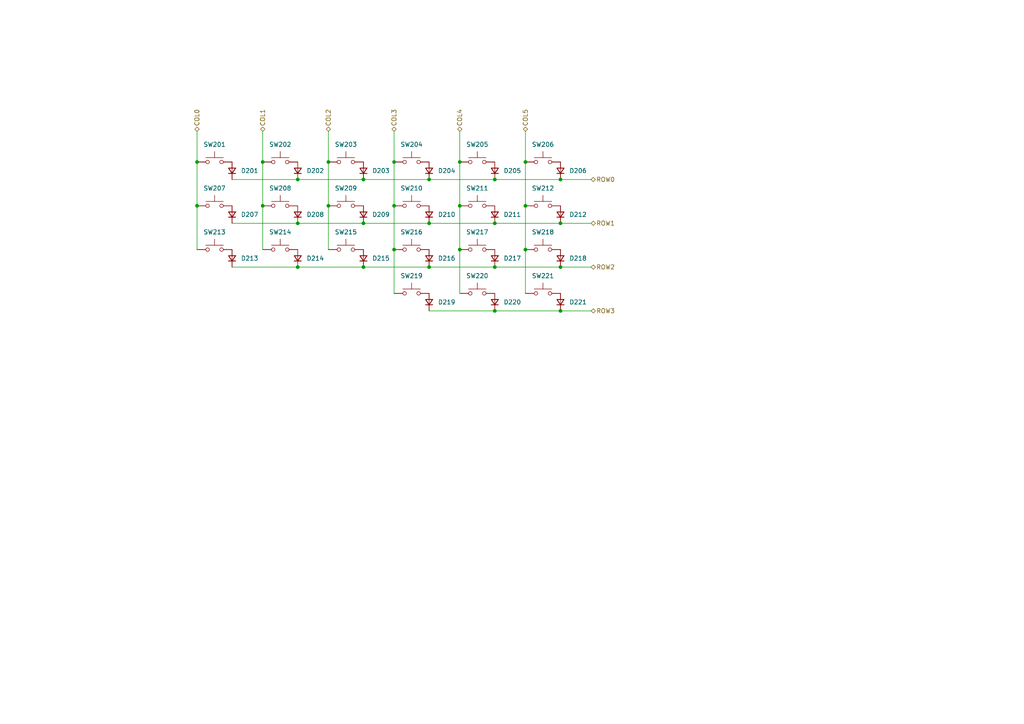
<source format=kicad_sch>
(kicad_sch (version 20230121) (generator eeschema)
  (paper "A4")
  (lib_symbols
    (symbol "Device:D_Small" (pin_numbers hide) (pin_names (offset 0.254) hide)
      (property "Reference" "D" (at -1.27 2.032 0))
      (property "Value" "D_Small" (at -3.81 -2.032 0))
      (symbol "D_Small_0_1"
        (polyline (pts (xy -0.762 -1.016) (xy -0.762 1.016)) (stroke (width 0.254)))
        (polyline (pts (xy -0.762 0) (xy 0.762 0)))
        (polyline (pts (xy 0.762 -1.016) (xy -0.762 0) (xy 0.762 1.016) (xy 0.762 -1.016)) (stroke (width 0.254)))
      )
      (symbol "D_Small_1_1"
        (pin passive line (at -2.54 0 0) (length 1.778) (name "K") (number "1"))
        (pin passive line (at 2.54 0 180) (length 1.778) (name "A") (number "2"))
      )
    )
    (symbol "Switch:SW_Push" (pin_numbers hide) (pin_names (offset 1.016) hide)
      (property "Reference" "SW" (at 1.27 2.54 0))
      (property "Value" "SW_Push" (at 0 -1.524 0))
      (symbol "SW_Push_0_1"
        (circle (center -2.032 0) (radius 0.508))
        (polyline (pts (xy 0 1.27) (xy 0 3.048)))
        (polyline (pts (xy 2.54 1.27) (xy -2.54 1.27)))
        (circle (center 2.032 0) (radius 0.508))
        (pin passive line (at -5.08 0 0) (length 2.54) (name "1") (number "1"))
        (pin passive line (at 5.08 0 180) (length 2.54) (name "2") (number "2"))
      )
    )
  )
  (junction (at 162.56 90.17))
  (junction (at 124.46 64.77))
  (junction (at 143.51 52.07))
  (junction (at 152.4 46.99))
  (junction (at 133.35 72.39))
  (junction (at 162.56 77.47))
  (junction (at 86.36 64.77))
  (junction (at 143.51 64.77))
  (junction (at 76.2 46.99))
  (junction (at 105.41 64.77))
  (junction (at 105.41 77.47))
  (junction (at 152.4 59.69))
  (junction (at 124.46 77.47))
  (junction (at 133.35 46.99))
  (junction (at 57.15 59.69))
  (junction (at 76.2 59.69))
  (junction (at 162.56 52.07))
  (junction (at 86.36 77.47))
  (junction (at 124.46 52.07))
  (junction (at 133.35 59.69))
  (junction (at 86.36 52.07))
  (junction (at 114.3 46.99))
  (junction (at 114.3 72.39))
  (junction (at 57.15 46.99))
  (junction (at 95.25 46.99))
  (junction (at 95.25 59.69))
  (junction (at 143.51 90.17))
  (junction (at 152.4 72.39))
  (junction (at 105.41 52.07))
  (junction (at 143.51 77.47))
  (junction (at 162.56 64.77))
  (junction (at 114.3 59.69))
  (wire (pts (xy 57.15 59.69) (xy 57.15 72.39)))
  (wire (pts (xy 124.46 64.77) (xy 143.51 64.77)))
  (wire (pts (xy 124.46 52.07) (xy 143.51 52.07)))
  (wire (pts (xy 86.36 64.77) (xy 105.41 64.77)))
  (wire (pts (xy 114.3 46.99) (xy 114.3 59.69)))
  (wire (pts (xy 95.25 59.69) (xy 95.25 72.39)))
  (wire (pts (xy 162.56 77.47) (xy 171.45 77.47)))
  (wire (pts (xy 76.2 38.1) (xy 76.2 46.99)))
  (wire (pts (xy 133.35 72.39) (xy 133.35 85.09)))
  (wire (pts (xy 76.2 59.69) (xy 76.2 72.39)))
  (wire (pts (xy 95.25 38.1) (xy 95.25 46.99)))
  (wire (pts (xy 152.4 46.99) (xy 152.4 59.69)))
  (wire (pts (xy 114.3 72.39) (xy 114.3 85.09)))
  (wire (pts (xy 86.36 77.47) (xy 105.41 77.47)))
  (wire (pts (xy 143.51 77.47) (xy 162.56 77.47)))
  (wire (pts (xy 86.36 52.07) (xy 105.41 52.07)))
  (wire (pts (xy 114.3 38.1) (xy 114.3 46.99)))
  (wire (pts (xy 124.46 77.47) (xy 143.51 77.47)))
  (wire (pts (xy 162.56 52.07) (xy 171.45 52.07)))
  (wire (pts (xy 57.15 46.99) (xy 57.15 59.69)))
  (wire (pts (xy 67.31 77.47) (xy 86.36 77.47)))
  (wire (pts (xy 152.4 59.69) (xy 152.4 72.39)))
  (wire (pts (xy 143.51 52.07) (xy 162.56 52.07)))
  (wire (pts (xy 114.3 59.69) (xy 114.3 72.39)))
  (wire (pts (xy 152.4 38.1) (xy 152.4 46.99)))
  (wire (pts (xy 162.56 64.77) (xy 171.45 64.77)))
  (wire (pts (xy 124.46 90.17) (xy 143.51 90.17)))
  (wire (pts (xy 105.41 52.07) (xy 124.46 52.07)))
  (wire (pts (xy 162.56 90.17) (xy 171.45 90.17)))
  (wire (pts (xy 133.35 59.69) (xy 133.35 72.39)))
  (wire (pts (xy 57.15 38.1) (xy 57.15 46.99)))
  (wire (pts (xy 143.51 64.77) (xy 162.56 64.77)))
  (wire (pts (xy 133.35 46.99) (xy 133.35 59.69)))
  (wire (pts (xy 95.25 46.99) (xy 95.25 59.69)))
  (wire (pts (xy 105.41 77.47) (xy 124.46 77.47)))
  (wire (pts (xy 67.31 52.07) (xy 86.36 52.07)))
  (wire (pts (xy 143.51 90.17) (xy 162.56 90.17)))
  (wire (pts (xy 152.4 72.39) (xy 152.4 85.09)))
  (wire (pts (xy 105.41 64.77) (xy 124.46 64.77)))
  (wire (pts (xy 133.35 38.1) (xy 133.35 46.99)))
  (wire (pts (xy 67.31 64.77) (xy 86.36 64.77)))
  (wire (pts (xy 76.2 46.99) (xy 76.2 59.69)))
  (hierarchical_label "COL4" (shape bidirectional) (at 133.35 38.1 90))
  (hierarchical_label "COL5" (shape bidirectional) (at 152.4 38.1 90))
  (hierarchical_label "ROW3" (shape bidirectional) (at 171.45 90.17 0))
  (hierarchical_label "ROW1" (shape bidirectional) (at 171.45 64.77 0))
  (hierarchical_label "COL0" (shape bidirectional) (at 57.15 38.1 90))
  (hierarchical_label "COL3" (shape bidirectional) (at 114.3 38.1 90))
  (hierarchical_label "COL2" (shape bidirectional) (at 95.25 38.1 90))
  (hierarchical_label "ROW0" (shape bidirectional) (at 171.45 52.07 0))
  (hierarchical_label "ROW2" (shape bidirectional) (at 171.45 77.47 0))
  (hierarchical_label "COL1" (shape bidirectional) (at 76.2 38.1 90))
  (symbol (lib_id "Switch:SW_Push") (at 119.38 72.39 0) (unit 1)
    (property "Reference" "SW216" (at 119.38 67.31 0))
    (property "Value" "SW_Push" (effects hide))
    (property "Footprint" "connectors:Kailh Choc Hotswap 1U" (effects hide))
    (property "MFPN" "CPG135001S30" (effects hide))
    (property "LCSC" "C5333465" (effects hide))
    (instances (project "crkbd-shockburst" (path "" (reference "SW216") (unit 1)) (path "" (reference "SW316") (unit 1)) (path "" (reference "SW416") (unit 1))))
  )
  (symbol (lib_id "Device:D_Small") (at 67.31 49.53 90) (unit 1)
    (property "Reference" "D201" (at 69.85 49.53 90) (effects (justify right)))
    (property "Value" "BAT43W" (effects hide))
    (property "Footprint" "Diode_SMD:D_SOD-123" (effects hide))
    (property "Sim.Device" "D" (effects hide))
    (property "Sim.Pins" "1=K 2=A" (effects hide))
    (property "MFPN" "BAT43W" (effects hide))
    (property "LCSC" "C130885" (effects hide))
    (instances (project "crkbd-shockburst" (path "" (reference "D201") (unit 1)) (path "" (reference "D301") (unit 1)) (path "" (reference "D401") (unit 1))))
  )
  (symbol (lib_id "Device:D_Small") (at 143.51 62.23 90) (unit 1)
    (property "Reference" "D211" (at 146.05 62.23 90) (effects (justify right)))
    (property "Value" "BAT43W" (effects hide))
    (property "Footprint" "Diode_SMD:D_SOD-123" (effects hide))
    (property "Sim.Device" "D" (effects hide))
    (property "Sim.Pins" "1=K 2=A" (effects hide))
    (property "MFPN" "BAT43W" (effects hide))
    (property "LCSC" "C130885" (effects hide))
    (instances (project "crkbd-shockburst" (path "" (reference "D211") (unit 1)) (path "" (reference "D311") (unit 1)) (path "" (reference "D411") (unit 1))))
  )
  (symbol (lib_id "Device:D_Small") (at 105.41 49.53 90) (unit 1)
    (property "Reference" "D203" (at 107.95 49.53 90) (effects (justify right)))
    (property "Value" "BAT43W" (effects hide))
    (property "Footprint" "Diode_SMD:D_SOD-123" (effects hide))
    (property "Sim.Device" "D" (effects hide))
    (property "Sim.Pins" "1=K 2=A" (effects hide))
    (property "MFPN" "BAT43W" (effects hide))
    (property "LCSC" "C130885" (effects hide))
    (instances (project "crkbd-shockburst" (path "" (reference "D203") (unit 1)) (path "" (reference "D303") (unit 1)) (path "" (reference "D403") (unit 1))))
  )
  (symbol (lib_id "Switch:SW_Push") (at 100.33 59.69 0) (unit 1)
    (property "Reference" "SW209" (at 100.33 54.61 0))
    (property "Value" "SW_Push" (effects hide))
    (property "Footprint" "connectors:Kailh Choc Hotswap 1U" (effects hide))
    (property "MFPN" "CPG135001S30" (effects hide))
    (property "LCSC" "C5333465" (effects hide))
    (instances (project "crkbd-shockburst" (path "" (reference "SW209") (unit 1)) (path "" (reference "SW309") (unit 1)) (path "" (reference "SW409") (unit 1))))
  )
  (symbol (lib_id "Switch:SW_Push") (at 138.43 72.39 0) (unit 1)
    (property "Reference" "SW217" (at 138.43 67.31 0))
    (property "Value" "SW_Push" (effects hide))
    (property "Footprint" "connectors:Kailh Choc Hotswap 1U" (effects hide))
    (property "MFPN" "CPG135001S30" (effects hide))
    (property "LCSC" "C5333465" (effects hide))
    (instances (project "crkbd-shockburst" (path "" (reference "SW217") (unit 1)) (path "" (reference "SW317") (unit 1)) (path "" (reference "SW417") (unit 1))))
  )
  (symbol (lib_id "Device:D_Small") (at 143.51 87.63 90) (unit 1)
    (property "Reference" "D220" (at 146.05 87.63 90) (effects (justify right)))
    (property "Value" "BAT43W" (effects hide))
    (property "Footprint" "Diode_SMD:D_SOD-123" (effects hide))
    (property "Sim.Device" "D" (effects hide))
    (property "Sim.Pins" "1=K 2=A" (effects hide))
    (property "MFPN" "BAT43W" (effects hide))
    (property "LCSC" "C130885" (effects hide))
    (instances (project "crkbd-shockburst" (path "" (reference "D220") (unit 1)) (path "" (reference "D320") (unit 1)) (path "" (reference "D420") (unit 1))))
  )
  (symbol (lib_id "Switch:SW_Push") (at 81.28 72.39 0) (unit 1)
    (property "Reference" "SW214" (at 81.28 67.31 0))
    (property "Value" "SW_Push" (effects hide))
    (property "Footprint" "connectors:Kailh Choc Hotswap 1U" (effects hide))
    (property "MFPN" "CPG135001S30" (effects hide))
    (property "LCSC" "C5333465" (effects hide))
    (instances (project "crkbd-shockburst" (path "" (reference "SW214") (unit 1)) (path "" (reference "SW314") (unit 1)) (path "" (reference "SW414") (unit 1))))
  )
  (symbol (lib_id "Switch:SW_Push") (at 100.33 72.39 0) (unit 1)
    (property "Reference" "SW215" (at 100.33 67.31 0))
    (property "Value" "SW_Push" (effects hide))
    (property "Footprint" "connectors:Kailh Choc Hotswap 1U" (effects hide))
    (property "MFPN" "CPG135001S30" (effects hide))
    (property "LCSC" "C5333465" (effects hide))
    (instances (project "crkbd-shockburst" (path "" (reference "SW215") (unit 1)) (path "" (reference "SW315") (unit 1)) (path "" (reference "SW415") (unit 1))))
  )
  (symbol (lib_id "Switch:SW_Push") (at 119.38 46.99 0) (unit 1)
    (property "Reference" "SW204" (at 119.38 41.91 0))
    (property "Value" "SW_Push" (effects hide))
    (property "Footprint" "connectors:Kailh Choc Hotswap 1U" (effects hide))
    (property "MFPN" "CPG135001S30" (effects hide))
    (property "LCSC" "C5333465" (effects hide))
    (instances (project "crkbd-shockburst" (path "" (reference "SW204") (unit 1)) (path "" (reference "SW304") (unit 1)) (path "" (reference "SW404") (unit 1))))
  )
  (symbol (lib_id "Device:D_Small") (at 143.51 74.93 90) (unit 1)
    (property "Reference" "D217" (at 146.05 74.93 90) (effects (justify right)))
    (property "Value" "BAT43W" (effects hide))
    (property "Footprint" "Diode_SMD:D_SOD-123" (effects hide))
    (property "Sim.Device" "D" (effects hide))
    (property "Sim.Pins" "1=K 2=A" (effects hide))
    (property "MFPN" "BAT43W" (effects hide))
    (property "LCSC" "C130885" (effects hide))
    (instances (project "crkbd-shockburst" (path "" (reference "D217") (unit 1)) (path "" (reference "D317") (unit 1)) (path "" (reference "D417") (unit 1))))
  )
  (symbol (lib_id "Device:D_Small") (at 143.51 49.53 90) (unit 1)
    (property "Reference" "D205" (at 146.05 49.53 90) (effects (justify right)))
    (property "Value" "BAT43W" (effects hide))
    (property "Footprint" "Diode_SMD:D_SOD-123" (effects hide))
    (property "Sim.Device" "D" (effects hide))
    (property "Sim.Pins" "1=K 2=A" (effects hide))
    (property "MFPN" "BAT43W" (effects hide))
    (property "LCSC" "C130885" (effects hide))
    (instances (project "crkbd-shockburst" (path "" (reference "D205") (unit 1)) (path "" (reference "D305") (unit 1)) (path "" (reference "D405") (unit 1))))
  )
  (symbol (lib_id "Device:D_Small") (at 67.31 74.93 90) (unit 1)
    (property "Reference" "D213" (at 69.85 74.93 90) (effects (justify right)))
    (property "Value" "BAT43W" (effects hide))
    (property "Footprint" "Diode_SMD:D_SOD-123" (effects hide))
    (property "Sim.Device" "D" (effects hide))
    (property "Sim.Pins" "1=K 2=A" (effects hide))
    (property "MFPN" "BAT43W" (effects hide))
    (property "LCSC" "C130885" (effects hide))
    (instances (project "crkbd-shockburst" (path "" (reference "D213") (unit 1)) (path "" (reference "D313") (unit 1)) (path "" (reference "D413") (unit 1))))
  )
  (symbol (lib_id "Device:D_Small") (at 124.46 74.93 90) (unit 1)
    (property "Reference" "D216" (at 127 74.93 90) (effects (justify right)))
    (property "Value" "BAT43W" (effects hide))
    (property "Footprint" "Diode_SMD:D_SOD-123" (effects hide))
    (property "Sim.Device" "D" (effects hide))
    (property "Sim.Pins" "1=K 2=A" (effects hide))
    (property "MFPN" "BAT43W" (effects hide))
    (property "LCSC" "C130885" (effects hide))
    (instances (project "crkbd-shockburst" (path "" (reference "D216") (unit 1)) (path "" (reference "D316") (unit 1)) (path "" (reference "D416") (unit 1))))
  )
  (symbol (lib_id "Switch:SW_Push") (at 100.33 46.99 0) (unit 1)
    (property "Reference" "SW203" (at 100.33 41.91 0))
    (property "Value" "SW_Push" (effects hide))
    (property "Footprint" "connectors:Kailh Choc Hotswap 1U" (effects hide))
    (property "MFPN" "CPG135001S30" (effects hide))
    (property "LCSC" "C5333465" (effects hide))
    (instances (project "crkbd-shockburst" (path "" (reference "SW203") (unit 1)) (path "" (reference "SW303") (unit 1)) (path "" (reference "SW403") (unit 1))))
  )
  (symbol (lib_id "Switch:SW_Push") (at 138.43 46.99 0) (unit 1)
    (property "Reference" "SW205" (at 138.43 41.91 0))
    (property "Value" "SW_Push" (effects hide))
    (property "Footprint" "connectors:Kailh Choc Hotswap 1U" (effects hide))
    (property "MFPN" "CPG135001S30" (effects hide))
    (property "LCSC" "C5333465" (effects hide))
    (instances (project "crkbd-shockburst" (path "" (reference "SW205") (unit 1)) (path "" (reference "SW305") (unit 1)) (path "" (reference "SW405") (unit 1))))
  )
  (symbol (lib_id "Device:D_Small") (at 105.41 74.93 90) (unit 1)
    (property "Reference" "D215" (at 107.95 74.93 90) (effects (justify right)))
    (property "Value" "BAT43W" (effects hide))
    (property "Footprint" "Diode_SMD:D_SOD-123" (effects hide))
    (property "Sim.Device" "D" (effects hide))
    (property "Sim.Pins" "1=K 2=A" (effects hide))
    (property "MFPN" "BAT43W" (effects hide))
    (property "LCSC" "C130885" (effects hide))
    (instances (project "crkbd-shockburst" (path "" (reference "D215") (unit 1)) (path "" (reference "D315") (unit 1)) (path "" (reference "D415") (unit 1))))
  )
  (symbol (lib_id "Device:D_Small") (at 124.46 49.53 90) (unit 1)
    (property "Reference" "D204" (at 127 49.53 90) (effects (justify right)))
    (property "Value" "BAT43W" (effects hide))
    (property "Footprint" "Diode_SMD:D_SOD-123" (effects hide))
    (property "Sim.Device" "D" (effects hide))
    (property "Sim.Pins" "1=K 2=A" (effects hide))
    (property "MFPN" "BAT43W" (effects hide))
    (property "LCSC" "C130885" (effects hide))
    (instances (project "crkbd-shockburst" (path "" (reference "D204") (unit 1)) (path "" (reference "D304") (unit 1)) (path "" (reference "D404") (unit 1))))
  )
  (symbol (lib_id "Device:D_Small") (at 124.46 87.63 90) (unit 1)
    (property "Reference" "D219" (at 127 87.63 90) (effects (justify right)))
    (property "Value" "BAT43W" (effects hide))
    (property "Footprint" "Diode_SMD:D_SOD-123" (effects hide))
    (property "Sim.Device" "D" (effects hide))
    (property "Sim.Pins" "1=K 2=A" (effects hide))
    (property "MFPN" "BAT43W" (effects hide))
    (property "LCSC" "C130885" (effects hide))
    (instances (project "crkbd-shockburst" (path "" (reference "D219") (unit 1)) (path "" (reference "D319") (unit 1)) (path "" (reference "D419") (unit 1))))
  )
  (symbol (lib_id "Switch:SW_Push") (at 157.48 85.09 0) (mirror y) (unit 1)
    (property "Reference" "SW221" (at 157.48 80.01 0))
    (property "Value" "SW_Push" (effects hide))
    (property "Footprint" "connectors:Kailh Choc Hotswap 1.5U" (effects hide))
    (property "MFPN" "CPG135001S30" (effects hide))
    (property "LCSC" "C5333465" (effects hide))
    (instances (project "crkbd-shockburst" (path "" (reference "SW221") (unit 1)) (path "" (reference "SW321") (unit 1)) (path "" (reference "SW421") (unit 1))))
  )
  (symbol (lib_id "Switch:SW_Push") (at 62.23 46.99 0) (unit 1)
    (property "Reference" "SW201" (at 62.23 41.91 0))
    (property "Value" "SW_Push" (effects hide))
    (property "Footprint" "connectors:Kailh Choc Hotswap 1U" (effects hide))
    (property "MFPN" "CPG135001S30" (effects hide))
    (property "LCSC" "C5333465" (effects hide))
    (instances (project "crkbd-shockburst" (path "" (reference "SW201") (unit 1)) (path "" (reference "SW301") (unit 1)) (path "" (reference "SW401") (unit 1))))
  )
  (symbol (lib_id "Switch:SW_Push") (at 62.23 72.39 0) (unit 1)
    (property "Reference" "SW213" (at 62.23 67.31 0))
    (property "Value" "SW_Push" (effects hide))
    (property "Footprint" "connectors:Kailh Choc Hotswap 1U" (effects hide))
    (property "MFPN" "CPG135001S30" (effects hide))
    (property "LCSC" "C5333465" (effects hide))
    (instances (project "crkbd-shockburst" (path "" (reference "SW213") (unit 1)) (path "" (reference "SW313") (unit 1)) (path "" (reference "SW413") (unit 1))))
  )
  (symbol (lib_id "Device:D_Small") (at 162.56 74.93 90) (unit 1)
    (property "Reference" "D218" (at 165.1 74.93 90) (effects (justify right)))
    (property "Value" "BAT43W" (effects hide))
    (property "Footprint" "Diode_SMD:D_SOD-123" (effects hide))
    (property "Sim.Device" "D" (effects hide))
    (property "Sim.Pins" "1=K 2=A" (effects hide))
    (property "MFPN" "BAT43W" (effects hide))
    (property "LCSC" "C130885" (effects hide))
    (instances (project "crkbd-shockburst" (path "" (reference "D218") (unit 1)) (path "" (reference "D318") (unit 1)) (path "" (reference "D418") (unit 1))))
  )
  (symbol (lib_id "Device:D_Small") (at 105.41 62.23 90) (unit 1)
    (property "Reference" "D209" (at 107.95 62.23 90) (effects (justify right)))
    (property "Value" "BAT43W" (effects hide))
    (property "Footprint" "Diode_SMD:D_SOD-123" (effects hide))
    (property "Sim.Device" "D" (effects hide))
    (property "Sim.Pins" "1=K 2=A" (effects hide))
    (property "MFPN" "BAT43W" (effects hide))
    (property "LCSC" "C130885" (effects hide))
    (instances (project "crkbd-shockburst" (path "" (reference "D209") (unit 1)) (path "" (reference "D309") (unit 1)) (path "" (reference "D409") (unit 1))))
  )
  (symbol (lib_id "Device:D_Small") (at 162.56 49.53 90) (unit 1)
    (property "Reference" "D206" (at 165.1 49.53 90) (effects (justify right)))
    (property "Value" "BAT43W" (effects hide))
    (property "Footprint" "Diode_SMD:D_SOD-123" (effects hide))
    (property "Sim.Device" "D" (effects hide))
    (property "Sim.Pins" "1=K 2=A" (effects hide))
    (property "MFPN" "BAT43W" (effects hide))
    (property "LCSC" "C130885" (effects hide))
    (instances (project "crkbd-shockburst" (path "" (reference "D206") (unit 1)) (path "" (reference "D306") (unit 1)) (path "" (reference "D406") (unit 1))))
  )
  (symbol (lib_id "Switch:SW_Push") (at 157.48 46.99 0) (unit 1)
    (property "Reference" "SW206" (at 157.48 41.91 0))
    (property "Value" "SW_Push" (effects hide))
    (property "Footprint" "connectors:Kailh Choc Hotswap 1U" (effects hide))
    (property "MFPN" "CPG135001S30" (effects hide))
    (property "LCSC" "C5333465" (effects hide))
    (instances (project "crkbd-shockburst" (path "" (reference "SW206") (unit 1)) (path "" (reference "SW306") (unit 1)) (path "" (reference "SW406") (unit 1))))
  )
  (symbol (lib_id "Switch:SW_Push") (at 119.38 59.69 0) (unit 1)
    (property "Reference" "SW210" (at 119.38 54.61 0))
    (property "Value" "SW_Push" (effects hide))
    (property "Footprint" "connectors:Kailh Choc Hotswap 1U" (effects hide))
    (property "MFPN" "CPG135001S30" (effects hide))
    (property "LCSC" "C5333465" (effects hide))
    (instances (project "crkbd-shockburst" (path "" (reference "SW210") (unit 1)) (path "" (reference "SW310") (unit 1)) (path "" (reference "SW410") (unit 1))))
  )
  (symbol (lib_id "Switch:SW_Push") (at 119.38 85.09 0) (mirror y) (unit 1)
    (property "Reference" "SW219" (at 119.38 80.01 0))
    (property "Value" "SW_Push" (effects hide))
    (property "Footprint" "connectors:Kailh Choc Hotswap 1U" (effects hide))
    (property "MFPN" "CPG135001S30" (effects hide))
    (property "LCSC" "C5333465" (effects hide))
    (instances (project "crkbd-shockburst" (path "" (reference "SW219") (unit 1)) (path "" (reference "SW319") (unit 1)) (path "" (reference "SW419") (unit 1))))
  )
  (symbol (lib_id "Switch:SW_Push") (at 81.28 59.69 0) (unit 1)
    (property "Reference" "SW208" (at 81.28 54.61 0))
    (property "Value" "SW_Push" (effects hide))
    (property "Footprint" "connectors:Kailh Choc Hotswap 1U" (effects hide))
    (property "MFPN" "CPG135001S30" (effects hide))
    (property "LCSC" "C5333465" (effects hide))
    (instances (project "crkbd-shockburst" (path "" (reference "SW208") (unit 1)) (path "" (reference "SW308") (unit 1)) (path "" (reference "SW408") (unit 1))))
  )
  (symbol (lib_id "Switch:SW_Push") (at 157.48 59.69 0) (unit 1)
    (property "Reference" "SW212" (at 157.48 54.61 0))
    (property "Value" "SW_Push" (effects hide))
    (property "Footprint" "connectors:Kailh Choc Hotswap 1U" (effects hide))
    (property "MFPN" "CPG135001S30" (effects hide))
    (property "LCSC" "C5333465" (effects hide))
    (instances (project "crkbd-shockburst" (path "" (reference "SW212") (unit 1)) (path "" (reference "SW312") (unit 1)) (path "" (reference "SW412") (unit 1))))
  )
  (symbol (lib_id "Switch:SW_Push") (at 138.43 85.09 0) (mirror y) (unit 1)
    (property "Reference" "SW220" (at 138.43 80.01 0))
    (property "Value" "SW_Push" (effects hide))
    (property "Footprint" "connectors:Kailh Choc Hotswap 1U" (effects hide))
    (property "MFPN" "CPG135001S30" (effects hide))
    (property "LCSC" "C5333465" (effects hide))
    (instances (project "crkbd-shockburst" (path "" (reference "SW220") (unit 1)) (path "" (reference "SW320") (unit 1)) (path "" (reference "SW420") (unit 1))))
  )
  (symbol (lib_id "Device:D_Small") (at 86.36 62.23 90) (unit 1)
    (property "Reference" "D208" (at 88.9 62.23 90) (effects (justify right)))
    (property "Value" "BAT43W" (effects hide))
    (property "Footprint" "Diode_SMD:D_SOD-123" (effects hide))
    (property "Sim.Device" "D" (effects hide))
    (property "Sim.Pins" "1=K 2=A" (effects hide))
    (property "MFPN" "BAT43W" (effects hide))
    (property "LCSC" "C130885" (effects hide))
    (instances (project "crkbd-shockburst" (path "" (reference "D208") (unit 1)) (path "" (reference "D308") (unit 1)) (path "" (reference "D408") (unit 1))))
  )
  (symbol (lib_id "Switch:SW_Push") (at 62.23 59.69 0) (unit 1)
    (property "Reference" "SW207" (at 62.23 54.61 0))
    (property "Value" "SW_Push" (effects hide))
    (property "Footprint" "connectors:Kailh Choc Hotswap 1U" (effects hide))
    (property "MFPN" "CPG135001S30" (effects hide))
    (property "LCSC" "C5333465" (effects hide))
    (instances (project "crkbd-shockburst" (path "" (reference "SW207") (unit 1)) (path "" (reference "SW307") (unit 1)) (path "" (reference "SW407") (unit 1))))
  )
  (symbol (lib_id "Device:D_Small") (at 124.46 62.23 90) (unit 1)
    (property "Reference" "D210" (at 127 62.23 90) (effects (justify right)))
    (property "Value" "BAT43W" (effects hide))
    (property "Footprint" "Diode_SMD:D_SOD-123" (effects hide))
    (property "Sim.Device" "D" (effects hide))
    (property "Sim.Pins" "1=K 2=A" (effects hide))
    (property "MFPN" "BAT43W" (effects hide))
    (property "LCSC" "C130885" (effects hide))
    (instances (project "crkbd-shockburst" (path "" (reference "D210") (unit 1)) (path "" (reference "D310") (unit 1)) (path "" (reference "D410") (unit 1))))
  )
  (symbol (lib_id "Device:D_Small") (at 86.36 49.53 90) (unit 1)
    (property "Reference" "D202" (at 88.9 49.53 90) (effects (justify right)))
    (property "Value" "BAT43W" (effects hide))
    (property "Footprint" "Diode_SMD:D_SOD-123" (effects hide))
    (property "Sim.Device" "D" (effects hide))
    (property "Sim.Pins" "1=K 2=A" (effects hide))
    (property "MFPN" "BAT43W" (effects hide))
    (property "LCSC" "C130885" (effects hide))
    (instances (project "crkbd-shockburst" (path "" (reference "D202") (unit 1)) (path "" (reference "D302") (unit 1)) (path "" (reference "D402") (unit 1))))
  )
  (symbol (lib_id "Device:D_Small") (at 162.56 87.63 90) (unit 1)
    (property "Reference" "D221" (at 165.1 87.63 90) (effects (justify right)))
    (property "Value" "BAT43W" (effects hide))
    (property "Footprint" "Diode_SMD:D_SOD-123" (effects hide))
    (property "Sim.Device" "D" (effects hide))
    (property "Sim.Pins" "1=K 2=A" (effects hide))
    (property "MFPN" "BAT43W" (effects hide))
    (property "LCSC" "C130885" (effects hide))
    (instances (project "crkbd-shockburst" (path "" (reference "D221") (unit 1)) (path "" (reference "D321") (unit 1)) (path "" (reference "D421") (unit 1))))
  )
  (symbol (lib_id "Device:D_Small") (at 86.36 74.93 90) (unit 1)
    (property "Reference" "D214" (at 88.9 74.93 90) (effects (justify right)))
    (property "Value" "BAT43W" (effects hide))
    (property "Footprint" "Diode_SMD:D_SOD-123" (effects hide))
    (property "Sim.Device" "D" (effects hide))
    (property "Sim.Pins" "1=K 2=A" (effects hide))
    (property "MFPN" "BAT43W" (effects hide))
    (property "LCSC" "C130885" (effects hide))
    (instances (project "crkbd-shockburst" (path "" (reference "D214") (unit 1)) (path "" (reference "D314") (unit 1)) (path "" (reference "D414") (unit 1))))
  )
  (symbol (lib_id "Switch:SW_Push") (at 138.43 59.69 0) (unit 1)
    (property "Reference" "SW211" (at 138.43 54.61 0))
    (property "Value" "SW_Push" (effects hide))
    (property "Footprint" "connectors:Kailh Choc Hotswap 1U" (effects hide))
    (property "MFPN" "CPG135001S30" (effects hide))
    (property "LCSC" "C5333465" (effects hide))
    (instances (project "crkbd-shockburst" (path "" (reference "SW211") (unit 1)) (path "" (reference "SW311") (unit 1)) (path "" (reference "SW411") (unit 1))))
  )
  (symbol (lib_id "Device:D_Small") (at 67.31 62.23 90) (unit 1)
    (property "Reference" "D207" (at 69.85 62.23 90) (effects (justify right)))
    (property "Value" "BAT43W" (effects hide))
    (property "Footprint" "Diode_SMD:D_SOD-123" (effects hide))
    (property "Sim.Device" "D" (effects hide))
    (property "Sim.Pins" "1=K 2=A" (effects hide))
    (property "MFPN" "BAT43W" (effects hide))
    (property "LCSC" "C130885" (effects hide))
    (instances (project "crkbd-shockburst" (path "" (reference "D207") (unit 1)) (path "" (reference "D307") (unit 1)) (path "" (reference "D407") (unit 1))))
  )
  (symbol (lib_id "Switch:SW_Push") (at 81.28 46.99 0) (unit 1)
    (property "Reference" "SW202" (at 81.28 41.91 0))
    (property "Value" "SW_Push" (effects hide))
    (property "Footprint" "connectors:Kailh Choc Hotswap 1U" (effects hide))
    (property "MFPN" "CPG135001S30" (effects hide))
    (property "LCSC" "C5333465" (effects hide))
    (instances (project "crkbd-shockburst" (path "" (reference "SW202") (unit 1)) (path "" (reference "SW302") (unit 1)) (path "" (reference "SW402") (unit 1))))
  )
  (symbol (lib_id "Device:D_Small") (at 162.56 62.23 90) (unit 1)
    (property "Reference" "D212" (at 165.1 62.23 90) (effects (justify right)))
    (property "Value" "BAT43W" (effects hide))
    (property "Footprint" "Diode_SMD:D_SOD-123" (effects hide))
    (property "Sim.Device" "D" (effects hide))
    (property "Sim.Pins" "1=K 2=A" (effects hide))
    (property "MFPN" "BAT43W" (effects hide))
    (property "LCSC" "C130885" (effects hide))
    (instances (project "crkbd-shockburst" (path "" (reference "D212") (unit 1)) (path "" (reference "D312") (unit 1)) (path "" (reference "D412") (unit 1))))
  )
  (symbol (lib_id "Switch:SW_Push") (at 157.48 72.39 0) (unit 1)
    (property "Reference" "SW218" (at 157.48 67.31 0))
    (property "Value" "SW_Push" (effects hide))
    (property "Footprint" "connectors:Kailh Choc Hotswap 1U" (effects hide))
    (property "MFPN" "CPG135001S30" (effects hide))
    (property "LCSC" "C5333465" (effects hide))
    (instances (project "crkbd-shockburst" (path "" (reference "SW218") (unit 1)) (path "" (reference "SW318") (unit 1)) (path "" (reference "SW418") (unit 1))))
  )
)
</source>
